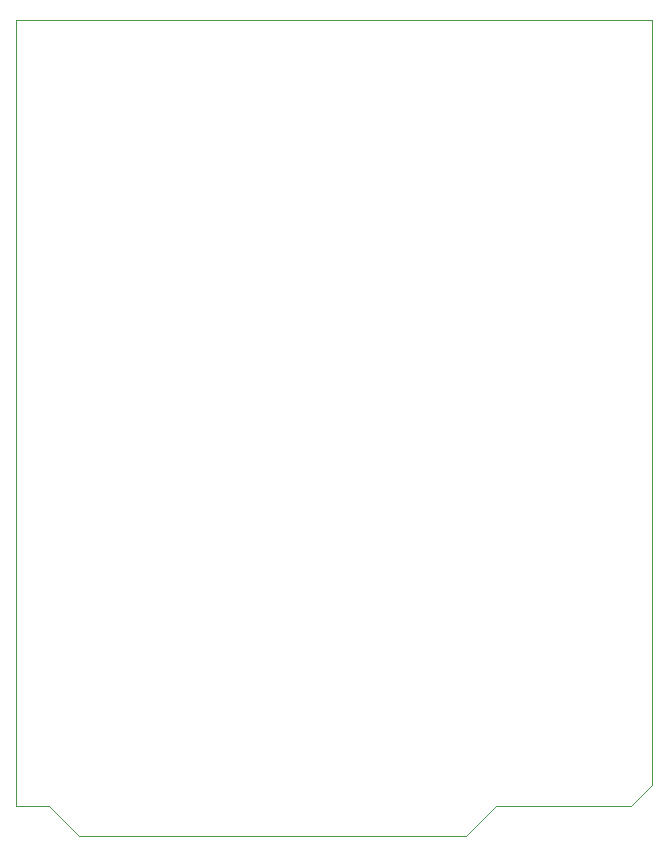
<source format=gbr>
%TF.GenerationSoftware,KiCad,Pcbnew,7.0.7*%
%TF.CreationDate,2024-09-24T12:43:06+02:00*%
%TF.ProjectId,ATMEGA Programmer,41544d45-4741-4205-9072-6f6772616d6d,rev?*%
%TF.SameCoordinates,Original*%
%TF.FileFunction,Profile,NP*%
%FSLAX46Y46*%
G04 Gerber Fmt 4.6, Leading zero omitted, Abs format (unit mm)*
G04 Created by KiCad (PCBNEW 7.0.7) date 2024-09-24 12:43:06*
%MOMM*%
%LPD*%
G01*
G04 APERTURE LIST*
%TA.AperFunction,Profile*%
%ADD10C,0.050000*%
%TD*%
G04 APERTURE END LIST*
D10*
%TO.C,A1*%
X177790000Y-55950000D02*
X177790000Y-120720000D01*
X123950000Y-55950000D02*
X177790000Y-55950000D01*
X177790000Y-120720000D02*
X176020000Y-122490000D01*
X176020000Y-122490000D02*
X164590000Y-122490000D01*
X164590000Y-122490000D02*
X162050000Y-125030000D01*
X126740000Y-122490000D02*
X123950000Y-122490000D01*
X123950000Y-122490000D02*
X123950000Y-55950000D01*
X162050000Y-125030000D02*
X129280000Y-125030000D01*
X129280000Y-125030000D02*
X126740000Y-122490000D01*
%TD*%
M02*

</source>
